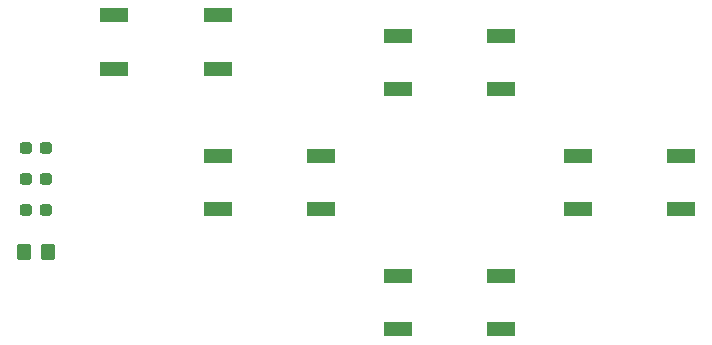
<source format=gbr>
%TF.GenerationSoftware,KiCad,Pcbnew,9.0.0*%
%TF.CreationDate,2025-03-04T20:01:11+01:00*%
%TF.ProjectId,esp32vga-keypad,65737033-3276-4676-912d-6b6579706164,2*%
%TF.SameCoordinates,Original*%
%TF.FileFunction,Paste,Top*%
%TF.FilePolarity,Positive*%
%FSLAX46Y46*%
G04 Gerber Fmt 4.6, Leading zero omitted, Abs format (unit mm)*
G04 Created by KiCad (PCBNEW 9.0.0) date 2025-03-04 20:01:11*
%MOMM*%
%LPD*%
G01*
G04 APERTURE LIST*
G04 Aperture macros list*
%AMRoundRect*
0 Rectangle with rounded corners*
0 $1 Rounding radius*
0 $2 $3 $4 $5 $6 $7 $8 $9 X,Y pos of 4 corners*
0 Add a 4 corners polygon primitive as box body*
4,1,4,$2,$3,$4,$5,$6,$7,$8,$9,$2,$3,0*
0 Add four circle primitives for the rounded corners*
1,1,$1+$1,$2,$3*
1,1,$1+$1,$4,$5*
1,1,$1+$1,$6,$7*
1,1,$1+$1,$8,$9*
0 Add four rect primitives between the rounded corners*
20,1,$1+$1,$2,$3,$4,$5,0*
20,1,$1+$1,$4,$5,$6,$7,0*
20,1,$1+$1,$6,$7,$8,$9,0*
20,1,$1+$1,$8,$9,$2,$3,0*%
G04 Aperture macros list end*
%ADD10R,2.400000X1.300000*%
%ADD11RoundRect,0.237500X-0.287500X-0.237500X0.287500X-0.237500X0.287500X0.237500X-0.287500X0.237500X0*%
%ADD12RoundRect,0.250000X0.350000X0.450000X-0.350000X0.450000X-0.350000X-0.450000X0.350000X-0.450000X0*%
G04 APERTURE END LIST*
D10*
%TO.C,SW2*%
X173890000Y-101090000D03*
X165090000Y-101090000D03*
X173890000Y-96590000D03*
X165090000Y-96590000D03*
%TD*%
%TO.C,SW4*%
X165090000Y-116910000D03*
X173890000Y-116910000D03*
X165090000Y-121410000D03*
X173890000Y-121410000D03*
%TD*%
D11*
%TO.C,D2*%
X133600000Y-108690000D03*
X135350000Y-108690000D03*
%TD*%
D10*
%TO.C,SW3*%
X180330000Y-106750000D03*
X189130000Y-106750000D03*
X180330000Y-111250000D03*
X189130000Y-111250000D03*
%TD*%
D11*
%TO.C,D1*%
X133600000Y-106100000D03*
X135350000Y-106100000D03*
%TD*%
D10*
%TO.C,SW1*%
X149850000Y-106750000D03*
X158650000Y-106750000D03*
X149850000Y-111250000D03*
X158650000Y-111250000D03*
%TD*%
D11*
%TO.C,D3*%
X133600000Y-111300000D03*
X135350000Y-111300000D03*
%TD*%
D12*
%TO.C,R1*%
X135467600Y-114884200D03*
X133467600Y-114884200D03*
%TD*%
D10*
%TO.C,SW5*%
X149865800Y-99354200D03*
X141065800Y-99354200D03*
X149865800Y-94854200D03*
X141065800Y-94854200D03*
%TD*%
M02*

</source>
